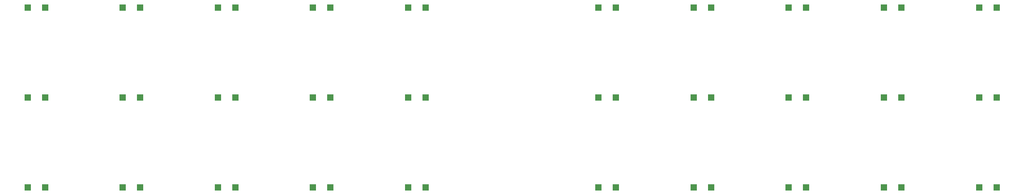
<source format=gbr>
%TF.GenerationSoftware,KiCad,Pcbnew,(6.0.4)*%
%TF.CreationDate,2022-07-31T16:16:28-04:00*%
%TF.ProjectId,satpad,73617470-6164-42e6-9b69-6361645f7063,v1.0.0*%
%TF.SameCoordinates,Original*%
%TF.FileFunction,Paste,Bot*%
%TF.FilePolarity,Positive*%
%FSLAX46Y46*%
G04 Gerber Fmt 4.6, Leading zero omitted, Abs format (unit mm)*
G04 Created by KiCad (PCBNEW (6.0.4)) date 2022-07-31 16:16:28*
%MOMM*%
%LPD*%
G01*
G04 APERTURE LIST*
%ADD10R,1.200000X1.200000*%
G04 APERTURE END LIST*
D10*
%TO.C,D1*%
X-1650000Y-4500000D03*
X1650000Y-4500000D03*
%TD*%
%TO.C,D2*%
X-1650000Y12500000D03*
X1650000Y12500000D03*
%TD*%
%TO.C,D3*%
X-1650000Y29500000D03*
X1650000Y29500000D03*
%TD*%
%TO.C,D4*%
X16350000Y-4500000D03*
X19650000Y-4500000D03*
%TD*%
%TO.C,D5*%
X16350000Y12500000D03*
X19650000Y12500000D03*
%TD*%
%TO.C,D6*%
X16350000Y29500000D03*
X19650000Y29500000D03*
%TD*%
%TO.C,D7*%
X34350000Y-4500000D03*
X37650000Y-4500000D03*
%TD*%
%TO.C,D8*%
X34350000Y12500000D03*
X37650000Y12500000D03*
%TD*%
%TO.C,D9*%
X34350000Y29500000D03*
X37650000Y29500000D03*
%TD*%
%TO.C,D10*%
X52350000Y-4500000D03*
X55650000Y-4500000D03*
%TD*%
%TO.C,D11*%
X52350000Y12500000D03*
X55650000Y12500000D03*
%TD*%
%TO.C,D12*%
X52350000Y29500000D03*
X55650000Y29500000D03*
%TD*%
%TO.C,D13*%
X70350000Y-4500000D03*
X73650000Y-4500000D03*
%TD*%
%TO.C,D14*%
X70350000Y12500000D03*
X73650000Y12500000D03*
%TD*%
%TO.C,D15*%
X70350000Y29500000D03*
X73650000Y29500000D03*
%TD*%
%TO.C,D16*%
X178350000Y-4500000D03*
X181650000Y-4500000D03*
%TD*%
%TO.C,D17*%
X178350000Y12500000D03*
X181650000Y12500000D03*
%TD*%
%TO.C,D18*%
X178350000Y29500000D03*
X181650000Y29500000D03*
%TD*%
%TO.C,D19*%
X160350000Y-4500000D03*
X163650000Y-4500000D03*
%TD*%
%TO.C,D20*%
X160350000Y12500000D03*
X163650000Y12500000D03*
%TD*%
%TO.C,D21*%
X160350000Y29500000D03*
X163650000Y29500000D03*
%TD*%
%TO.C,D22*%
X142350000Y-4500000D03*
X145650000Y-4500000D03*
%TD*%
%TO.C,D23*%
X142350000Y12500000D03*
X145650000Y12500000D03*
%TD*%
%TO.C,D24*%
X142350000Y29500000D03*
X145650000Y29500000D03*
%TD*%
%TO.C,D25*%
X124350000Y-4500000D03*
X127650000Y-4500000D03*
%TD*%
%TO.C,D26*%
X124350000Y12500000D03*
X127650000Y12500000D03*
%TD*%
%TO.C,D27*%
X124350000Y29500000D03*
X127650000Y29500000D03*
%TD*%
%TO.C,D28*%
X106350000Y-4500000D03*
X109650000Y-4500000D03*
%TD*%
%TO.C,D29*%
X106350000Y12500000D03*
X109650000Y12500000D03*
%TD*%
%TO.C,D30*%
X106350000Y29500000D03*
X109650000Y29500000D03*
%TD*%
M02*

</source>
